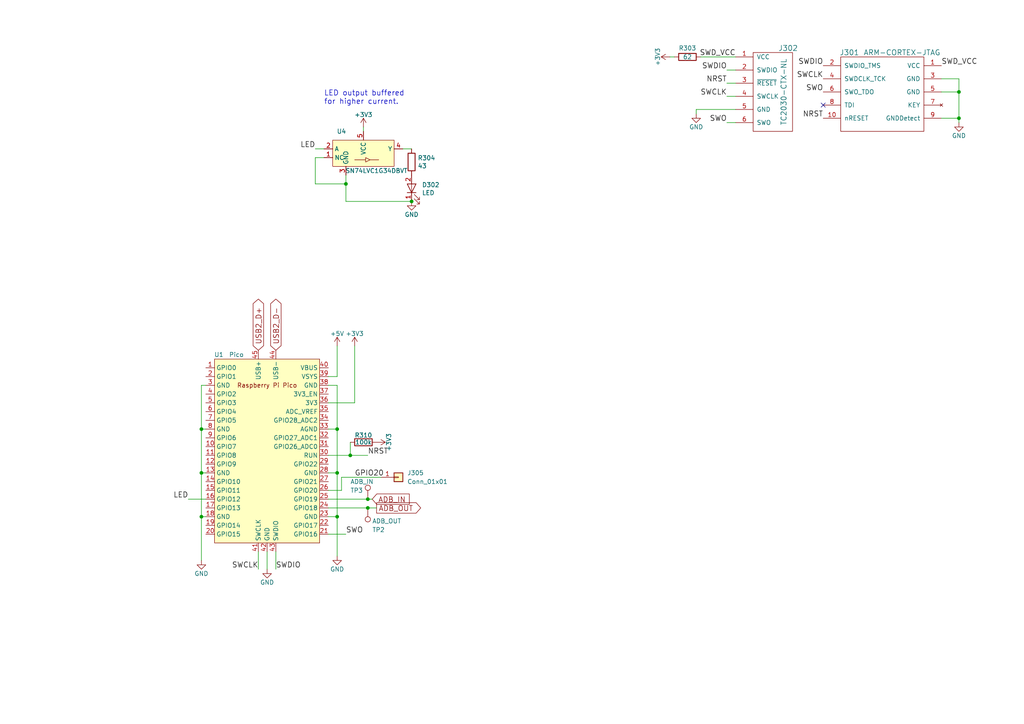
<source format=kicad_sch>
(kicad_sch (version 20230121) (generator eeschema)
  (paper "A4")
  (title_block (title "QuokkADB Community Edition") (date "2023-03-17") (rev "2023a") (company "Rabbit Hole Computing"))
  (lib_symbols
    (symbol "Connector:TestPoint" (pin_numbers hide) (pin_names (offset 0.762) hide)
      (property "Reference" "TP" (at 0 6.858 0))
      (property "Value" "TestPoint" (at 0 5.08 0))
      (symbol "TestPoint_0_1"
        (circle (center 0 3.302) (radius 0.762))
      )
      (symbol "TestPoint_1_1"
        (pin passive line (at 0 0 90) (length 2.54) (name "1") (number "1"))
      )
    )
    (symbol "Connector_Generic:Conn_01x01" (pin_names (offset 1.016) hide)
      (property "Reference" "J" (at 0 2.54 0))
      (property "Value" "Conn_01x01" (at 0 -2.54 0))
      (symbol "Conn_01x01_1_1"
        (rectangle (start -1.27 0.127) (end 0 -0.127) (stroke (width 0.1524)))
        (rectangle (start -1.27 1.27) (end 1.27 -1.27) (stroke (width 0.254)) (fill (type background)))
        (pin passive line (at -5.08 0 0) (length 3.81) (name "Pin_1") (number "1"))
      )
    )
    (symbol "MCU_RaspberryPi_and_Boards:Pico"
      (property "Reference" "U" (at -13.97 27.94 0))
      (property "Value" "Pico" (at 0 16.51 0))
      (symbol "Pico_0_0"
        (text "Raspberry Pi Pico" (at 0 19.05 0) (effects (font (size 1.27 1.27))))
      )
      (symbol "Pico_0_1"
        (rectangle (start -15.24 26.67) (end 15.24 -26.67) (fill (type background)))
      )
      (symbol "Pico_1_1"
        (pin bidirectional line (at -17.78 24.13 0) (length 2.54) (name "GPIO0") (number "1"))
        (pin bidirectional line (at -17.78 1.27 0) (length 2.54) (name "GPIO7") (number "10"))
        (pin bidirectional line (at -17.78 -1.27 0) (length 2.54) (name "GPIO8") (number "11"))
        (pin bidirectional line (at -17.78 -3.81 0) (length 2.54) (name "GPIO9") (number "12"))
        (pin power_in line (at -17.78 -6.35 0) (length 2.54) (name "GND") (number "13"))
        (pin bidirectional line (at -17.78 -8.89 0) (length 2.54) (name "GPIO10") (number "14"))
        (pin bidirectional line (at -17.78 -11.43 0) (length 2.54) (name "GPIO11") (number "15"))
        (pin bidirectional line (at -17.78 -13.97 0) (length 2.54) (name "GPIO12") (number "16"))
        (pin bidirectional line (at -17.78 -16.51 0) (length 2.54) (name "GPIO13") (number "17"))
        (pin power_in line (at -17.78 -19.05 0) (length 2.54) (name "GND") (number "18"))
        (pin bidirectional line (at -17.78 -21.59 0) (length 2.54) (name "GPIO14") (number "19"))
        (pin bidirectional line (at -17.78 21.59 0) (length 2.54) (name "GPIO1") (number "2"))
        (pin bidirectional line (at -17.78 -24.13 0) (length 2.54) (name "GPIO15") (number "20"))
        (pin bidirectional line (at 17.78 -24.13 180) (length 2.54) (name "GPIO16") (number "21"))
        (pin bidirectional line (at 17.78 -21.59 180) (length 2.54) (name "GPIO17") (number "22"))
        (pin power_in line (at 17.78 -19.05 180) (length 2.54) (name "GND") (number "23"))
        (pin bidirectional line (at 17.78 -16.51 180) (length 2.54) (name "GPIO18") (number "24"))
        (pin bidirectional line (at 17.78 -13.97 180) (length 2.54) (name "GPIO19") (number "25"))
        (pin bidirectional line (at 17.78 -11.43 180) (length 2.54) (name "GPIO20") (number "26"))
        (pin bidirectional line (at 17.78 -8.89 180) (length 2.54) (name "GPIO21") (number "27"))
        (pin power_in line (at 17.78 -6.35 180) (length 2.54) (name "GND") (number "28"))
        (pin bidirectional line (at 17.78 -3.81 180) (length 2.54) (name "GPIO22") (number "29"))
        (pin power_in line (at -17.78 19.05 0) (length 2.54) (name "GND") (number "3"))
        (pin input line (at 17.78 -1.27 180) (length 2.54) (name "RUN") (number "30"))
        (pin bidirectional line (at 17.78 1.27 180) (length 2.54) (name "GPIO26_ADC0") (number "31"))
        (pin bidirectional line (at 17.78 3.81 180) (length 2.54) (name "GPIO27_ADC1") (number "32"))
        (pin power_in line (at 17.78 6.35 180) (length 2.54) (name "AGND") (number "33"))
        (pin bidirectional line (at 17.78 8.89 180) (length 2.54) (name "GPIO28_ADC2") (number "34"))
        (pin power_in line (at 17.78 11.43 180) (length 2.54) (name "ADC_VREF") (number "35"))
        (pin power_in line (at 17.78 13.97 180) (length 2.54) (name "3V3") (number "36"))
        (pin input line (at 17.78 16.51 180) (length 2.54) (name "3V3_EN") (number "37"))
        (pin bidirectional line (at 17.78 19.05 180) (length 2.54) (name "GND") (number "38"))
        (pin power_in line (at 17.78 21.59 180) (length 2.54) (name "VSYS") (number "39"))
        (pin bidirectional line (at -17.78 16.51 0) (length 2.54) (name "GPIO2") (number "4"))
        (pin power_in line (at 17.78 24.13 180) (length 2.54) (name "VBUS") (number "40"))
        (pin input line (at -2.54 -29.21 90) (length 2.54) (name "SWCLK") (number "41"))
        (pin power_in line (at 0 -29.21 90) (length 2.54) (name "GND") (number "42"))
        (pin bidirectional line (at 2.54 -29.21 90) (length 2.54) (name "SWDIO") (number "43"))
        (pin bidirectional line (at 2.54 29.21 270) (length 2.54) (name "USB-") (number "44"))
        (pin bidirectional line (at -2.54 29.21 270) (length 2.54) (name "USB+") (number "45"))
        (pin bidirectional line (at -17.78 13.97 0) (length 2.54) (name "GPIO3") (number "5"))
        (pin bidirectional line (at -17.78 11.43 0) (length 2.54) (name "GPIO4") (number "6"))
        (pin bidirectional line (at -17.78 8.89 0) (length 2.54) (name "GPIO5") (number "7"))
        (pin power_in line (at -17.78 6.35 0) (length 2.54) (name "GND") (number "8"))
        (pin bidirectional line (at -17.78 3.81 0) (length 2.54) (name "GPIO6") (number "9"))
      )
    )
    (symbol "Usb2Adb:SN74LVC1G34DBVR"
      (property "Reference" "U" (at 2.54 3.81 0))
      (property "Value" "SN74LVC1G34DBVR" (at 13.97 -6.35 0))
      (symbol "SN74LVC1G34DBVR_0_1"
        (polyline (pts (xy 13.335 -3.175) (xy 15.875 -3.175)))
        (polyline (pts (xy 8.89 -3.175) (xy 12.065 -3.175) (xy 12.065 -2.54) (xy 13.335 -3.175) (xy 12.065 -3.81) (xy 12.065 -3.175)))
        (rectangle (start 2.54 2.54) (end 20.32 -5.08) (fill (type background)))
      )
      (symbol "SN74LVC1G34DBVR_1_1"
        (pin passive line (at 0 -2.54 0) (length 2.54) (name "NC") (number "1"))
        (pin input line (at 0 0 0) (length 2.54) (name "A") (number "2"))
        (pin power_in line (at 6.35 -7.62 90) (length 2.54) (name "GND") (number "3"))
        (pin output line (at 22.86 0 180) (length 2.54) (name "Y") (number "4"))
        (pin power_in line (at 11.43 5.08 270) (length 2.54) (name "VCC") (number "5"))
      )
    )
    (symbol "power:+3V3" (power) (pin_names (offset 0))
      (property "Value" "+3V3" (at 0 3.556 0))
      (symbol "+3V3_0_1"
        (polyline (pts (xy -0.762 1.27) (xy 0 2.54)))
        (polyline (pts (xy 0 0) (xy 0 2.54)))
        (polyline (pts (xy 0 2.54) (xy 0.762 1.27)))
      )
      (symbol "+3V3_1_1"
        (pin power_in line (at 0 0 90) (length 0) hide (name "+3V3") (number "1"))
      )
    )
    (symbol "power:+5V" (power) (pin_names (offset 0))
      (property "Value" "+5V" (at 0 3.556 0))
      (symbol "+5V_0_1"
        (polyline (pts (xy -0.762 1.27) (xy 0 2.54)))
        (polyline (pts (xy 0 0) (xy 0 2.54)))
        (polyline (pts (xy 0 2.54) (xy 0.762 1.27)))
      )
      (symbol "+5V_1_1"
        (pin power_in line (at 0 0 90) (length 0) hide (name "+5V") (number "1"))
      )
    )
    (symbol "power:GND" (power) (pin_names (offset 0))
      (property "Value" "GND" (at 0 -3.81 0))
      (symbol "GND_0_1"
        (polyline (pts (xy 0 0) (xy 0 -1.27) (xy 1.27 -1.27) (xy 0 -2.54) (xy -1.27 -1.27) (xy 0 -1.27)))
      )
      (symbol "GND_1_1"
        (pin power_in line (at 0 0 270) (length 0) hide (name "GND") (number "1"))
      )
    )
    (symbol "usb2adb-rescue:ARM-CORTEX-JTAG" (pin_names (offset 1.016))
      (property "Reference" "J" (at 16.51 1.27 0))
      (property "Value" "ARM-CORTEX-JTAG" (at 1.27 1.27 0))
      (symbol "ARM-CORTEX-JTAG_0_1"
        (rectangle (start -5.08 0) (end 19.05 -21.59))
      )
      (symbol "ARM-CORTEX-JTAG_1_1"
        (pin power_in line (at -10.16 -2.54 0) (length 5.08) (name "VCC") (number "1"))
        (pin input line (at 24.13 -17.78 180) (length 5.08) (name "nRESET") (number "10"))
        (pin bidirectional line (at 24.13 -2.54 180) (length 5.08) (name "SWDIO_TMS") (number "2"))
        (pin power_in line (at -10.16 -6.35 0) (length 5.08) (name "GND") (number "3"))
        (pin input line (at 24.13 -6.35 180) (length 5.08) (name "SWDCLK_TCK") (number "4"))
        (pin power_in line (at -10.16 -10.16 0) (length 5.08) (name "GND") (number "5"))
        (pin bidirectional line (at 24.13 -10.16 180) (length 5.08) (name "SWO_TDO") (number "6"))
        (pin no_connect line (at -10.16 -13.97 0) (length 5.08) (name "KEY") (number "7"))
        (pin bidirectional line (at 24.13 -13.97 180) (length 5.08) (name "TDI") (number "8"))
        (pin power_in line (at -10.16 -17.78 0) (length 5.08) (name "GNDDetect") (number "9"))
      )
    )
    (symbol "usb2adb-rescue:LED" (pin_names (offset 1.016) hide)
      (property "Reference" "D" (at 0 2.54 0))
      (property "Value" "LED" (at 0 -2.54 0))
      (symbol "LED_0_1"
        (polyline (pts (xy -1.27 -1.27) (xy -1.27 1.27)) (stroke (width 0.2032)))
        (polyline (pts (xy -1.27 0) (xy 1.27 0)))
        (polyline (pts (xy 1.27 -1.27) (xy 1.27 1.27) (xy -1.27 0) (xy 1.27 -1.27)) (stroke (width 0.2032)))
        (polyline (pts (xy -3.048 -0.762) (xy -4.572 -2.286) (xy -3.81 -2.286) (xy -4.572 -2.286) (xy -4.572 -1.524)))
        (polyline (pts (xy -1.778 -0.762) (xy -3.302 -2.286) (xy -2.54 -2.286) (xy -3.302 -2.286) (xy -3.302 -1.524)))
      )
      (symbol "LED_1_1"
        (pin passive line (at -3.81 0 0) (length 2.54) (name "K") (number "1"))
        (pin passive line (at 3.81 0 180) (length 2.54) (name "A") (number "2"))
      )
    )
    (symbol "usb2adb-rescue:R" (pin_numbers hide) (pin_names (offset 0))
      (property "Reference" "R" (at 2.032 0 90))
      (property "Value" "R" (at 0 0 90))
      (symbol "R_0_1"
        (rectangle (start -1.016 -2.54) (end 1.016 2.54) (stroke (width 0.254)))
      )
      (symbol "R_1_1"
        (pin passive line (at 0 3.81 270) (length 1.27) (name "~") (number "1"))
        (pin passive line (at 0 -3.81 90) (length 1.27) (name "~") (number "2"))
      )
    )
    (symbol "usb2adb-rescue:TC2030-CTX-NL" (pin_names (offset 1.016))
      (property "Reference" "J" (at -3.81 10.16 0))
      (property "Value" "TC2030-CTX-NL" (at -2.54 -2.54 90))
      (symbol "TC2030-CTX-NL_0_1"
        (rectangle (start -5.08 8.89) (end 6.35 -13.97))
      )
      (symbol "TC2030-CTX-NL_1_1"
        (pin power_in line (at 11.43 7.62 180) (length 5.08) (name "VCC") (number "1"))
        (pin bidirectional line (at 11.43 3.81 180) (length 5.08) (name "SWDIO") (number "2"))
        (pin output line (at 11.43 0 180) (length 5.08) (name "~{RESET}") (number "3"))
        (pin output line (at 11.43 -3.81 180) (length 5.08) (name "SWCLK") (number "4"))
        (pin unspecified line (at 11.43 -7.62 180) (length 5.08) (name "GND") (number "5"))
        (pin unspecified line (at 11.43 -11.43 180) (length 5.08) (name "SWO") (number "6"))
      )
    )
  )
  (junction (at 106.68 147.32))
  (junction (at 278.13 34.29))
  (junction (at 97.79 149.86))
  (junction (at 278.13 26.67))
  (junction (at 119.38 58.42))
  (junction (at 101.6 132.08))
  (junction (at 106.68 144.78))
  (junction (at 58.42 149.86))
  (junction (at 97.79 124.46))
  (junction (at 97.79 137.16))
  (junction (at 58.42 124.46))
  (junction (at 58.42 137.16))
  (junction (at 100.33 53.34))
  (no_connect (at 238.76 30.48))
  (wire (pts (xy 74.93 165.1) (xy 74.93 160.02)))
  (wire (pts (xy 95.25 149.86) (xy 97.79 149.86)))
  (wire (pts (xy 99.06 138.43) (xy 99.06 142.24)))
  (wire (pts (xy 107.95 144.78) (xy 106.68 144.78)))
  (wire (pts (xy 59.69 124.46) (xy 58.42 124.46)))
  (wire (pts (xy 105.41 36.83) (xy 105.41 38.1)))
  (wire (pts (xy 59.69 111.76) (xy 58.42 111.76)))
  (wire (pts (xy 95.25 147.32) (xy 106.68 147.32)))
  (wire (pts (xy 91.44 53.34) (xy 91.44 45.72)))
  (wire (pts (xy 59.69 149.86) (xy 58.42 149.86)))
  (wire (pts (xy 95.25 154.94) (xy 100.33 154.94)))
  (wire (pts (xy 54.61 144.78) (xy 59.69 144.78)))
  (wire (pts (xy 91.44 43.18) (xy 93.98 43.18)))
  (wire (pts (xy 102.87 116.84) (xy 102.87 100.33)))
  (wire (pts (xy 213.36 35.56) (xy 210.82 35.56)))
  (wire (pts (xy 80.01 165.1) (xy 80.01 160.02)))
  (wire (pts (xy 95.25 109.22) (xy 97.79 109.22)))
  (wire (pts (xy 273.05 26.67) (xy 278.13 26.67)))
  (wire (pts (xy 95.25 124.46) (xy 97.79 124.46)))
  (wire (pts (xy 273.05 34.29) (xy 278.13 34.29)))
  (wire (pts (xy 278.13 34.29) (xy 278.13 35.56)))
  (wire (pts (xy 100.33 53.34) (xy 100.33 58.42)))
  (wire (pts (xy 97.79 124.46) (xy 97.79 137.16)))
  (wire (pts (xy 213.36 24.13) (xy 210.82 24.13)))
  (wire (pts (xy 100.33 58.42) (xy 119.38 58.42)))
  (wire (pts (xy 95.25 142.24) (xy 99.06 142.24)))
  (wire (pts (xy 58.42 137.16) (xy 58.42 149.86)))
  (wire (pts (xy 278.13 22.86) (xy 278.13 26.67)))
  (wire (pts (xy 278.13 26.67) (xy 278.13 34.29)))
  (wire (pts (xy 201.93 33.02) (xy 201.93 31.75)))
  (wire (pts (xy 99.06 138.43) (xy 110.49 138.43)))
  (wire (pts (xy 58.42 111.76) (xy 58.42 124.46)))
  (wire (pts (xy 97.79 100.33) (xy 97.79 109.22)))
  (wire (pts (xy 59.69 137.16) (xy 58.42 137.16)))
  (wire (pts (xy 95.25 137.16) (xy 97.79 137.16)))
  (wire (pts (xy 97.79 149.86) (xy 97.79 161.29)))
  (wire (pts (xy 95.25 116.84) (xy 102.87 116.84)))
  (wire (pts (xy 100.33 53.34) (xy 91.44 53.34)))
  (wire (pts (xy 95.25 144.78) (xy 106.68 144.78)))
  (wire (pts (xy 273.05 22.86) (xy 278.13 22.86)))
  (wire (pts (xy 101.6 132.08) (xy 101.6 128.27)))
  (wire (pts (xy 97.79 137.16) (xy 97.79 149.86)))
  (wire (pts (xy 97.79 111.76) (xy 97.79 124.46)))
  (wire (pts (xy 77.47 160.02) (xy 77.47 165.1)))
  (wire (pts (xy 213.36 27.94) (xy 210.82 27.94)))
  (wire (pts (xy 194.31 16.51) (xy 195.58 16.51)))
  (wire (pts (xy 100.33 50.8) (xy 100.33 53.34)))
  (wire (pts (xy 116.84 43.18) (xy 119.38 43.18)))
  (wire (pts (xy 58.42 149.86) (xy 58.42 162.56)))
  (wire (pts (xy 213.36 20.32) (xy 210.82 20.32)))
  (wire (pts (xy 106.68 132.08) (xy 101.6 132.08)))
  (wire (pts (xy 58.42 124.46) (xy 58.42 137.16)))
  (wire (pts (xy 91.44 45.72) (xy 93.98 45.72)))
  (wire (pts (xy 203.2 16.51) (xy 213.36 16.51)))
  (wire (pts (xy 201.93 31.75) (xy 213.36 31.75)))
  (wire (pts (xy 95.25 132.08) (xy 101.6 132.08)))
  (wire (pts (xy 95.25 111.76) (xy 97.79 111.76)))
  (wire (pts (xy 109.22 147.32) (xy 106.68 147.32)))
  (text "LED output buffered\nfor higher current." (at 93.98 30.48 0) (effects (font (size 1.524 1.524)) (justify left bottom)))
  (label "LED" (at 91.44 43.18 180) (effects (font (size 1.524 1.524))))
  (label "SWDIO" (at 238.76 19.05 180) (effects (font (size 1.524 1.524))))
  (label "NRST" (at 238.76 34.29 180) (effects (font (size 1.524 1.524))))
  (label "SWO" (at 100.33 154.94 0) (effects (font (size 1.524 1.524))))
  (label "NRST" (at 210.82 24.13 180) (effects (font (size 1.524 1.524))))
  (label "SWO" (at 238.76 26.67 180) (effects (font (size 1.524 1.524))))
  (label "GPIO20" (at 102.87 138.43 0) (effects (font (size 1.524 1.524))))
  (label "SWDIO" (at 80.01 165.1 0) (effects (font (size 1.524 1.524))))
  (label "SWCLK" (at 210.82 27.94 180) (effects (font (size 1.524 1.524))))
  (label "SWCLK" (at 74.93 165.1 180) (effects (font (size 1.524 1.524))))
  (label "SWD_VCC" (at 213.36 16.51 180) (effects (font (size 1.524 1.524))))
  (label "NRST" (at 106.68 132.08 0) (effects (font (size 1.524 1.524))))
  (label "SWO" (at 210.82 35.56 180) (effects (font (size 1.524 1.524))))
  (label "SWDIO" (at 210.82 20.32 180) (effects (font (size 1.524 1.524))))
  (label "LED" (at 54.61 144.78 180) (effects (font (size 1.524 1.524))))
  (label "SWCLK" (at 238.76 22.86 180) (effects (font (size 1.524 1.524))))
  (label "SWD_VCC" (at 273.05 19.05 0) (effects (font (size 1.524 1.524))))
  (global_label "ADB_IN" (shape input) (at 107.95 144.78 0) (effects (font (size 1.524 1.524))) (property "Intersheetrefs" "${INTERSHEET_REFS}" (effects hide)))
  (global_label "ADB_OUT" (shape output) (at 109.22 147.32 0) (effects (font (size 1.524 1.524))) (property "Intersheetrefs" "${INTERSHEET_REFS}" (effects hide)))
  (global_label "USB2_D+" (shape bidirectional) (at 74.93 101.6 90) (effects (font (size 1.524 1.524))) (property "Intersheetrefs" "${INTERSHEET_REFS}" (effects hide)))
  (global_label "USB2_D-" (shape bidirectional) (at 80.01 101.6 90) (effects (font (size 1.524 1.524))) (property "Intersheetrefs" "${INTERSHEET_REFS}" (effects hide)))
  (symbol (lib_id "usb2adb-rescue:LED") (at 119.38 54.61 90) (unit 1)
    (property "Reference" "D302" (at 122.3772 53.6194 90) (effects (justify right)))
    (property "Value" "LED" (at 122.3772 55.9308 90) (effects (justify right)))
    (property "Footprint" "LED_SMD:LED_0805_2012Metric" (effects hide))
    (property "Datasheet" "https://dammedia.osram.info/media/resource/hires/osram-dam-2492854/LY%20R976.pdf" (effects hide))
    (property "LCSC" "C434435" (effects hide))
    (property "Manufacturer" "Osram Opto Semiconductors Inc" (effects hide))
    (property "PartNumber" "LY R976-PS-36" (effects hide))
    (property "digikey" "475-2560-1-ND" (effects hide))
  )
  (symbol (lib_id "usb2adb-rescue:R") (at 119.38 46.99 180) (unit 1)
    (property "Reference" "R304" (at 121.158 45.8216 0) (effects (justify right)))
    (property "Value" "43" (at 121.158 48.133 0) (effects (justify right)))
    (property "Footprint" "Resistor_SMD:R_0603_1608Metric" (effects hide))
    (property "LCSC" "C227904" (effects hide))
    (property "Manufacturer" "Yageo" (effects hide))
    (property "PartNumber" "RC0603FR-0743RL" (effects hide))
    (property "digikey" "311-43.0HRTR-ND" (effects hide))
  )
  (symbol (lib_id "usb2adb-rescue:TC2030-CTX-NL") (at 224.79 24.13 0) (mirror y) (unit 1) (in_bom no)
    (property "Reference" "J302" (at 228.6 13.97 0) (effects (font (size 1.524 1.524))))
    (property "Value" "TC2030-CTX-NL" (at 227.33 26.67 90) (effects (font (size 1.524 1.524))))
    (property "Footprint" "Usb2Adb:TC2030" (effects hide))
    (property "LCSC" "N/A" (effects hide))
  )
  (symbol (lib_id "usb2adb-rescue:ARM-CORTEX-JTAG") (at 262.89 16.51 0) (mirror y) (unit 1) (in_bom no)
    (property "Reference" "J301" (at 246.38 15.24 0) (effects (font (size 1.524 1.524))))
    (property "Value" "ARM-CORTEX-JTAG" (at 261.62 15.24 0) (effects (font (size 1.524 1.524))))
    (property "Footprint" "Connector_PinHeader_1.27mm:PinHeader_2x05_P1.27mm_Vertical" (effects hide))
    (property "LCSC" "N/A" (effects hide))
  )
  (symbol (lib_id "power:GND") (at 278.13 35.56 0) (mirror y) (unit 1)
    (property "Reference" "#PWR0107" (effects hide))
    (property "Value" "GND" (at 278.13 39.37 0))
  )
  (symbol (lib_id "power:+3V3") (at 194.31 16.51 90) (mirror x) (unit 1)
    (property "Reference" "#PWR0102" (effects hide))
    (property "Value" "+3V3" (at 190.754 16.51 0))
  )
  (symbol (lib_id "power:GND") (at 201.93 33.02 0) (mirror y) (unit 1)
    (property "Reference" "#PWR0103" (effects hide))
    (property "Value" "GND" (at 201.93 36.83 0))
  )
  (symbol (lib_id "usb2adb-rescue:R") (at 199.39 16.51 90) (unit 1)
    (property "Reference" "R303" (at 199.39 13.97 90))
    (property "Value" "62" (at 199.39 16.51 90))
    (property "Footprint" "Resistor_SMD:R_0603_1608Metric" (effects hide))
    (property "LCSC" "C25252" (effects hide))
    (property "Manufacturer" "Yageo" (effects hide))
    (property "PartNumber" "RC0603FR-0762RL" (effects hide))
    (property "digikey" "311-62.0HRTR-ND" (effects hide))
  )
  (symbol (lib_id "power:GND") (at 119.38 58.42 0) (mirror y) (unit 1)
    (property "Reference" "#PWR0314" (effects hide))
    (property "Value" "GND" (at 119.38 62.23 0))
  )
  (symbol (lib_id "Connector:TestPoint") (at 106.68 147.32 0) (mirror x) (unit 1) (in_bom no)
    (property "Reference" "TP2" (at 107.95 153.67 0) (effects (justify left)))
    (property "Value" "ADB_OUT" (at 107.95 151.13 0) (effects (justify left)))
    (property "Footprint" "Usb2Adb:Testpad_0.5mm" (effects hide))
    (property "LCSC" "N/A" (effects hide))
  )
  (symbol (lib_id "power:+3V3") (at 102.87 100.33 0) (unit 1)
    (property "Reference" "#PWR0141" (effects hide))
    (property "Value" "+3V3" (at 102.87 96.774 0))
  )
  (symbol (lib_id "power:+3V3") (at 109.22 128.27 270) (mirror x) (unit 1)
    (property "Reference" "#PWR0306" (effects hide))
    (property "Value" "+3V3" (at 112.776 128.27 0))
  )
  (symbol (lib_id "Connector_Generic:Conn_01x01") (at 115.57 138.43 0) (unit 1) (in_bom no)
    (property "Reference" "J305" (at 118.11 137.1599 0) (effects (justify left)))
    (property "Value" "Conn_01x01" (at 118.11 139.6999 0) (effects (justify left)))
    (property "Footprint" "Connector_PinHeader_2.54mm:PinHeader_1x01_P2.54mm_Vertical" (effects hide))
  )
  (symbol (lib_id "power:+3V3") (at 105.41 36.83 0) (unit 1)
    (property "Reference" "#PWR0119" (effects hide))
    (property "Value" "+3V3" (at 105.41 33.274 0))
  )
  (symbol (lib_id "power:GND") (at 77.47 165.1 0) (unit 1)
    (property "Reference" "#PWR0106" (effects hide))
    (property "Value" "GND" (at 77.47 168.91 0))
  )
  (symbol (lib_id "Usb2Adb:SN74LVC1G34DBVR") (at 93.98 43.18 0) (unit 1)
    (property "Reference" "U4" (at 99.06 38.1 0))
    (property "Value" "SN74LVC1G34DBVT" (at 109.22 49.53 0))
    (property "Footprint" "Package_TO_SOT_SMD:SOT-23-5" (effects hide))
    (property "Datasheet" "https://www.ti.com/lit/ds/symlink/sn74lvc1g34.pdf" (effects hide))
    (property "LCSC" "C840096" (effects hide))
    (property "Manufacturer" "TI" (effects hide))
    (property "PartNumber" "SN74LVC1G34DBVT" (effects hide))
    (property "digikey" "296-26603-1-ND" (effects hide))
    (property "JLCPCBCORRECT" "0;0;180" (effects hide))
  )
  (symbol (lib_id "Connector:TestPoint") (at 106.68 144.78 0) (mirror y) (unit 1) (in_bom no)
    (property "Reference" "TP3" (at 101.6 142.24 0) (effects (justify right)))
    (property "Value" "ADB_IN" (at 101.6 139.7 0) (effects (justify right)))
    (property "Footprint" "Usb2Adb:Testpad_0.5mm" (effects hide))
    (property "LCSC" "N/A" (effects hide))
  )
  (symbol (lib_id "power:GND") (at 97.79 161.29 0) (unit 1)
    (property "Reference" "#PWR0105" (effects hide))
    (property "Value" "GND" (at 97.79 165.1 0))
  )
  (symbol (lib_id "usb2adb-rescue:R") (at 105.41 128.27 270) (mirror x) (unit 1)
    (property "Reference" "R310" (at 105.41 126.238 90))
    (property "Value" "100k" (at 105.41 128.27 90))
    (property "Footprint" "Resistor_SMD:R_0603_1608Metric" (effects hide))
    (property "LCSC" "C25803" (effects hide))
    (property "Manufacturer" "Yageo" (effects hide))
    (property "PartNumber" "RC0603FR-07100KL" (effects hide))
    (property "digikey" "311-100KHRTR-ND" (effects hide))
  )
  (symbol (lib_id "MCU_RaspberryPi_and_Boards:Pico") (at 77.47 130.81 0) (unit 1)
    (property "Reference" "U1" (at 63.5 102.87 0))
    (property "Value" "Pico" (at 68.58 102.87 0))
    (property "Footprint" "Usb2Adb:RPi_Pico_SMD_TH" (effects hide))
  )
  (symbol (lib_id "power:+5V") (at 97.79 100.33 0) (unit 1)
    (property "Reference" "#PWR0117" (effects hide))
    (property "Value" "+5V" (at 97.79 96.774 0))
  )
  (symbol (lib_id "power:GND") (at 58.42 162.56 0) (unit 1)
    (property "Reference" "#PWR0116" (effects hide))
    (property "Value" "GND" (at 58.42 166.37 0))
  )
)
</source>
